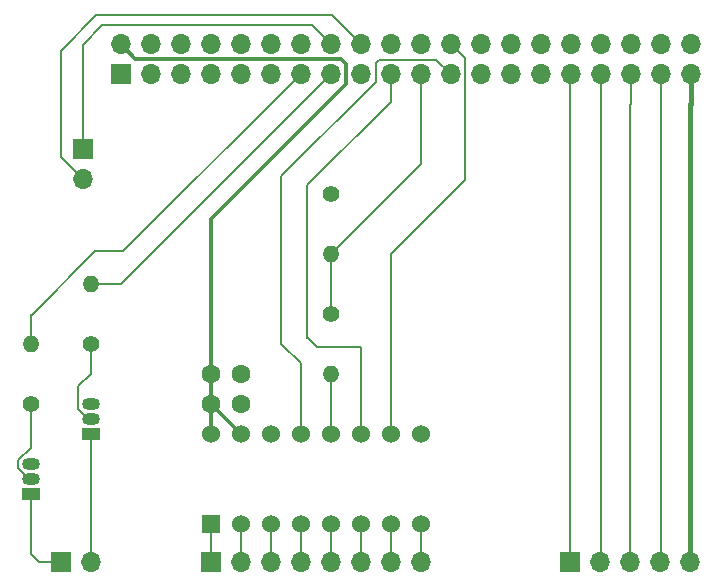
<source format=gbr>
%TF.GenerationSoftware,KiCad,Pcbnew,8.0.6*%
%TF.CreationDate,2024-11-09T21:25:44+11:00*%
%TF.ProjectId,aqua-pi-shield,61717561-2d70-4692-9d73-6869656c642e,rev?*%
%TF.SameCoordinates,Original*%
%TF.FileFunction,Copper,L1,Top*%
%TF.FilePolarity,Positive*%
%FSLAX46Y46*%
G04 Gerber Fmt 4.6, Leading zero omitted, Abs format (unit mm)*
G04 Created by KiCad (PCBNEW 8.0.6) date 2024-11-09 21:25:44*
%MOMM*%
%LPD*%
G01*
G04 APERTURE LIST*
%TA.AperFunction,Conductor*%
%ADD10C,0.200000*%
%TD*%
%TA.AperFunction,ComponentPad*%
%ADD11R,1.700000X1.700000*%
%TD*%
%TA.AperFunction,ComponentPad*%
%ADD12O,1.700000X1.700000*%
%TD*%
%TA.AperFunction,ComponentPad*%
%ADD13C,1.400000*%
%TD*%
%TA.AperFunction,ComponentPad*%
%ADD14O,1.400000X1.400000*%
%TD*%
%TA.AperFunction,ComponentPad*%
%ADD15C,1.600000*%
%TD*%
%TA.AperFunction,ComponentPad*%
%ADD16R,1.500000X1.050000*%
%TD*%
%TA.AperFunction,ComponentPad*%
%ADD17O,1.500000X1.050000*%
%TD*%
%TA.AperFunction,ComponentPad*%
%ADD18R,1.524000X1.524000*%
%TD*%
%TA.AperFunction,ComponentPad*%
%ADD19C,1.524000*%
%TD*%
%TA.AperFunction,Conductor*%
%ADD20C,0.400000*%
%TD*%
%TA.AperFunction,Conductor*%
%ADD21C,0.300000*%
%TD*%
G04 APERTURE END LIST*
D10*
%TO.N,Net-(J2-Pin_1)*%
X104140000Y-117520000D02*
X104140000Y-114300000D01*
%TD*%
D11*
%TO.P,J4,1,Pin_1*%
%TO.N,Net-(J1-Pin_31)*%
X134600000Y-117520000D03*
D12*
%TO.P,J4,2,Pin_2*%
%TO.N,Net-(J1-Pin_33)*%
X137140000Y-117520000D03*
%TO.P,J4,3,Pin_3*%
%TO.N,Net-(J1-Pin_35)*%
X139680000Y-117520000D03*
%TO.P,J4,4,Pin_4*%
%TO.N,Net-(J1-Pin_37)*%
X142220000Y-117520000D03*
%TO.P,J4,5,Pin_5*%
%TO.N,GND*%
X144760000Y-117520000D03*
%TD*%
D13*
%TO.P,R1,1*%
%TO.N,Net-(J1-Pin_21)*%
X114300000Y-96520000D03*
D14*
%TO.P,R1,2*%
%TO.N,Net-(U1-Dout)*%
X114300000Y-101600000D03*
%TD*%
D13*
%TO.P,R2,1*%
%TO.N,GND*%
X114300000Y-86360000D03*
D14*
%TO.P,R2,2*%
%TO.N,Net-(J1-Pin_21)*%
X114300000Y-91440000D03*
%TD*%
D11*
%TO.P,J3,1,Pin_1*%
%TO.N,Net-(J3-Pin_1)*%
X91440000Y-117520000D03*
D12*
%TO.P,J3,2,Pin_2*%
%TO.N,Net-(J3-Pin_2)*%
X93980000Y-117520000D03*
%TD*%
D11*
%TO.P,J2,1,Pin_1*%
%TO.N,Net-(J2-Pin_1)*%
X104140000Y-117520000D03*
D12*
%TO.P,J2,2,Pin_2*%
%TO.N,Net-(J2-Pin_2)*%
X106680000Y-117520000D03*
%TO.P,J2,3,Pin_3*%
%TO.N,Net-(J2-Pin_3)*%
X109220000Y-117520000D03*
%TO.P,J2,4,Pin_4*%
%TO.N,Net-(J2-Pin_4)*%
X111760000Y-117520000D03*
%TO.P,J2,5,Pin_5*%
%TO.N,Net-(J2-Pin_5)*%
X114300000Y-117520000D03*
%TO.P,J2,6,Pin_6*%
%TO.N,Net-(J2-Pin_6)*%
X116840000Y-117520000D03*
%TO.P,J2,7,Pin_7*%
%TO.N,Net-(J2-Pin_7)*%
X119380000Y-117520000D03*
%TO.P,J2,8,Pin_8*%
%TO.N,Net-(J2-Pin_8)*%
X121920000Y-117520000D03*
%TD*%
D13*
%TO.P,R4,1*%
%TO.N,Net-(Q1-B)*%
X93980000Y-99060000D03*
D14*
%TO.P,R4,2*%
%TO.N,Net-(J1-Pin_15)*%
X93980000Y-93980000D03*
%TD*%
D15*
%TO.P,C2,1*%
%TO.N,GND*%
X106680000Y-101600000D03*
%TO.P,C2,2*%
%TO.N,Net-(J1-Pin_2)*%
X104180000Y-101600000D03*
%TD*%
D11*
%TO.P,J5,1,Pin_1*%
%TO.N,Net-(J1-Pin_16)*%
X93300000Y-82520000D03*
D12*
%TO.P,J5,2,Pin_2*%
%TO.N,Net-(J1-Pin_18)*%
X93300000Y-85060000D03*
%TD*%
D11*
%TO.P,J1,1,Pin_1*%
%TO.N,unconnected-(J1-Pin_1-Pad1)*%
X96520000Y-76200000D03*
D12*
%TO.P,J1,2,Pin_2*%
%TO.N,Net-(J1-Pin_2)*%
X96520000Y-73660000D03*
%TO.P,J1,3,Pin_3*%
%TO.N,unconnected-(J1-Pin_3-Pad3)*%
X99060000Y-76200000D03*
%TO.P,J1,4,Pin_4*%
%TO.N,unconnected-(J1-Pin_4-Pad4)*%
X99060000Y-73660000D03*
%TO.P,J1,5,Pin_5*%
%TO.N,unconnected-(J1-Pin_5-Pad5)*%
X101600000Y-76200000D03*
%TO.P,J1,6,Pin_6*%
%TO.N,unconnected-(J1-Pin_6-Pad6)*%
X101600000Y-73660000D03*
%TO.P,J1,7,Pin_7*%
%TO.N,unconnected-(J1-Pin_7-Pad7)*%
X104140000Y-76200000D03*
%TO.P,J1,8,Pin_8*%
%TO.N,unconnected-(J1-Pin_8-Pad8)*%
X104140000Y-73660000D03*
%TO.P,J1,9,Pin_9*%
%TO.N,GND*%
X106680000Y-76200000D03*
%TO.P,J1,10,Pin_10*%
%TO.N,unconnected-(J1-Pin_10-Pad10)*%
X106680000Y-73660000D03*
%TO.P,J1,11,Pin_11*%
%TO.N,unconnected-(J1-Pin_11-Pad11)*%
X109220000Y-76200000D03*
%TO.P,J1,12,Pin_12*%
%TO.N,unconnected-(J1-Pin_12-Pad12)*%
X109220000Y-73660000D03*
%TO.P,J1,13,Pin_13*%
%TO.N,Net-(J1-Pin_13)*%
X111760000Y-76200000D03*
%TO.P,J1,14,Pin_14*%
%TO.N,unconnected-(J1-Pin_14-Pad14)*%
X111760000Y-73660000D03*
%TO.P,J1,15,Pin_15*%
%TO.N,Net-(J1-Pin_15)*%
X114300000Y-76200000D03*
%TO.P,J1,16,Pin_16*%
%TO.N,Net-(J1-Pin_16)*%
X114300000Y-73660000D03*
%TO.P,J1,17,Pin_17*%
%TO.N,unconnected-(J1-Pin_17-Pad17)*%
X116840000Y-76200000D03*
%TO.P,J1,18,Pin_18*%
%TO.N,Net-(J1-Pin_18)*%
X116840000Y-73660000D03*
%TO.P,J1,19,Pin_19*%
%TO.N,Net-(J1-Pin_19)*%
X119380000Y-76200000D03*
%TO.P,J1,20,Pin_20*%
%TO.N,unconnected-(J1-Pin_20-Pad20)*%
X119380000Y-73660000D03*
%TO.P,J1,21,Pin_21*%
%TO.N,Net-(J1-Pin_21)*%
X121920000Y-76200000D03*
%TO.P,J1,22,Pin_22*%
%TO.N,unconnected-(J1-Pin_22-Pad22)*%
X121920000Y-73660000D03*
%TO.P,J1,23,Pin_23*%
%TO.N,Net-(J1-Pin_23)*%
X124460000Y-76200000D03*
%TO.P,J1,24,Pin_24*%
%TO.N,Net-(J1-Pin_24)*%
X124460000Y-73660000D03*
%TO.P,J1,25,Pin_25*%
%TO.N,GND*%
X127000000Y-76200000D03*
%TO.P,J1,26,Pin_26*%
%TO.N,unconnected-(J1-Pin_26-Pad26)*%
X127000000Y-73660000D03*
%TO.P,J1,27,Pin_27*%
%TO.N,unconnected-(J1-Pin_27-Pad27)*%
X129540000Y-76200000D03*
%TO.P,J1,28,Pin_28*%
%TO.N,unconnected-(J1-Pin_28-Pad28)*%
X129540000Y-73660000D03*
%TO.P,J1,29,Pin_29*%
%TO.N,unconnected-(J1-Pin_29-Pad29)*%
X132080000Y-76200000D03*
%TO.P,J1,30,Pin_30*%
%TO.N,unconnected-(J1-Pin_30-Pad30)*%
X132080000Y-73660000D03*
%TO.P,J1,31,Pin_31*%
%TO.N,Net-(J1-Pin_31)*%
X134620000Y-76200000D03*
%TO.P,J1,32,Pin_32*%
%TO.N,unconnected-(J1-Pin_32-Pad32)*%
X134620000Y-73660000D03*
%TO.P,J1,33,Pin_33*%
%TO.N,Net-(J1-Pin_33)*%
X137160000Y-76200000D03*
%TO.P,J1,34,Pin_34*%
%TO.N,unconnected-(J1-Pin_34-Pad34)*%
X137160000Y-73660000D03*
%TO.P,J1,35,Pin_35*%
%TO.N,Net-(J1-Pin_35)*%
X139700000Y-76200000D03*
%TO.P,J1,36,Pin_36*%
%TO.N,unconnected-(J1-Pin_36-Pad36)*%
X139700000Y-73660000D03*
%TO.P,J1,37,Pin_37*%
%TO.N,Net-(J1-Pin_37)*%
X142240000Y-76200000D03*
%TO.P,J1,38,Pin_38*%
%TO.N,unconnected-(J1-Pin_38-Pad38)*%
X142240000Y-73660000D03*
%TO.P,J1,39,Pin_39*%
%TO.N,GND*%
X144780000Y-76200000D03*
%TO.P,J1,40,Pin_40*%
%TO.N,unconnected-(J1-Pin_40-Pad40)*%
X144780000Y-73660000D03*
%TD*%
D13*
%TO.P,R3,1*%
%TO.N,Net-(Q2-B)*%
X88900000Y-104140000D03*
D14*
%TO.P,R3,2*%
%TO.N,Net-(J1-Pin_13)*%
X88900000Y-99060000D03*
%TD*%
D16*
%TO.P,Q2,1,C*%
%TO.N,Net-(J3-Pin_1)*%
X88900000Y-111760000D03*
D17*
%TO.P,Q2,2,B*%
%TO.N,Net-(Q2-B)*%
X88900000Y-110490000D03*
%TO.P,Q2,3,E*%
%TO.N,GND*%
X88900000Y-109220000D03*
%TD*%
D16*
%TO.P,Q1,1,C*%
%TO.N,Net-(J3-Pin_2)*%
X93980000Y-106680000D03*
D17*
%TO.P,Q1,2,B*%
%TO.N,Net-(Q1-B)*%
X93980000Y-105410000D03*
%TO.P,Q1,3,E*%
%TO.N,GND*%
X93980000Y-104140000D03*
%TD*%
D18*
%TO.P,U1,1,CH0*%
%TO.N,Net-(J2-Pin_1)*%
X104140000Y-114300000D03*
D19*
%TO.P,U1,2,CH1*%
%TO.N,Net-(J2-Pin_2)*%
X106680000Y-114300000D03*
%TO.P,U1,3,CH2*%
%TO.N,Net-(J2-Pin_3)*%
X109220000Y-114300000D03*
%TO.P,U1,4,CH3*%
%TO.N,Net-(J2-Pin_4)*%
X111760000Y-114300000D03*
%TO.P,U1,5,CH4*%
%TO.N,Net-(J2-Pin_5)*%
X114300000Y-114300000D03*
%TO.P,U1,6,CH5*%
%TO.N,Net-(J2-Pin_6)*%
X116840000Y-114300000D03*
%TO.P,U1,7,CH6*%
%TO.N,Net-(J2-Pin_7)*%
X119380000Y-114300000D03*
%TO.P,U1,8,CH7*%
%TO.N,Net-(J2-Pin_8)*%
X121920000Y-114300000D03*
%TO.P,U1,9,DGND*%
%TO.N,GND*%
X121920000Y-106680000D03*
%TO.P,U1,10,~{CS}/SHDN*%
%TO.N,Net-(J1-Pin_24)*%
X119380000Y-106680000D03*
%TO.P,U1,11,Din*%
%TO.N,Net-(J1-Pin_19)*%
X116840000Y-106680000D03*
%TO.P,U1,12,Dout*%
%TO.N,Net-(U1-Dout)*%
X114300000Y-106680000D03*
%TO.P,U1,13,CLK*%
%TO.N,Net-(J1-Pin_23)*%
X111760000Y-106680000D03*
%TO.P,U1,14,AGND*%
%TO.N,GND*%
X109220000Y-106680000D03*
%TO.P,U1,15,Vref*%
%TO.N,Net-(J1-Pin_2)*%
X106680000Y-106680000D03*
%TO.P,U1,16,Vdd*%
X104140000Y-106680000D03*
%TD*%
D15*
%TO.P,C1,1*%
%TO.N,GND*%
X106680000Y-104140000D03*
%TO.P,C1,2*%
%TO.N,Net-(J1-Pin_2)*%
X104180000Y-104140000D03*
%TD*%
D10*
%TO.N,Net-(J1-Pin_24)*%
X125670000Y-85150000D02*
X124980000Y-85840000D01*
X124460000Y-73660000D02*
X125670000Y-74870000D01*
X125670000Y-74870000D02*
X125670000Y-85150000D01*
X124980000Y-85840000D02*
X119380000Y-91440000D01*
%TO.N,Net-(J1-Pin_13)*%
X111760000Y-76200000D02*
X96750000Y-91210000D01*
X94350000Y-91210000D02*
X88900000Y-96660000D01*
X88900000Y-96660000D02*
X88900000Y-99060000D01*
X96750000Y-91210000D02*
X94350000Y-91210000D01*
X88900000Y-96520000D02*
X88900000Y-96660000D01*
%TO.N,Net-(J1-Pin_15)*%
X96520000Y-93980000D02*
X93980000Y-93980000D01*
X114300000Y-76200000D02*
X96520000Y-93980000D01*
%TO.N,Net-(J1-Pin_23)*%
X110120000Y-84870000D02*
X110120000Y-99060000D01*
X111760000Y-100700000D02*
X111760000Y-106680000D01*
X118100000Y-76890000D02*
X110120000Y-84870000D01*
X118100000Y-75310000D02*
X118100000Y-76890000D01*
X110120000Y-99060000D02*
X111760000Y-100700000D01*
X118420000Y-74990000D02*
X118100000Y-75310000D01*
X124460000Y-76200000D02*
X123250000Y-74990000D01*
X123250000Y-74990000D02*
X118420000Y-74990000D01*
%TO.N,Net-(J1-Pin_19)*%
X119380000Y-78550000D02*
X119380000Y-76200000D01*
X112330000Y-85600000D02*
X119380000Y-78550000D01*
X112360000Y-98540000D02*
X112330000Y-98540000D01*
X112330000Y-98540000D02*
X112330000Y-85600000D01*
X116870000Y-99290000D02*
X113110000Y-99290000D01*
X116840000Y-99320000D02*
X116870000Y-99290000D01*
X116840000Y-106680000D02*
X116840000Y-99320000D01*
X113110000Y-99290000D02*
X112360000Y-98540000D01*
%TO.N,GND*%
X144780000Y-78740000D02*
X144760000Y-78760000D01*
D20*
X144780000Y-76200000D02*
X144780000Y-78740000D01*
X144760000Y-78760000D02*
X144760000Y-117520000D01*
D10*
%TO.N,Net-(J1-Pin_2)*%
X104180000Y-104180000D02*
X104180000Y-104140000D01*
D21*
X115150000Y-74910000D02*
X97770000Y-74910000D01*
X104180000Y-88470000D02*
X115590000Y-77060000D01*
X104180000Y-104140000D02*
X104180000Y-101600000D01*
X104180000Y-101600000D02*
X104180000Y-88470000D01*
X104140000Y-106680000D02*
X104140000Y-104180000D01*
X115590000Y-77060000D02*
X115590000Y-75350000D01*
X115590000Y-75350000D02*
X115150000Y-74910000D01*
D10*
X104140000Y-104140000D02*
X104180000Y-104100000D01*
X104140000Y-104180000D02*
X104180000Y-104140000D01*
D21*
X106680000Y-106680000D02*
X104180000Y-104180000D01*
X97770000Y-74910000D02*
X96520000Y-73660000D01*
D10*
%TO.N,Net-(J1-Pin_37)*%
X142240000Y-117500000D02*
X142220000Y-117520000D01*
X142240000Y-76200000D02*
X142240000Y-117500000D01*
%TO.N,Net-(J1-Pin_31)*%
X134600000Y-76220000D02*
X134620000Y-76200000D01*
X134600000Y-117520000D02*
X134600000Y-76220000D01*
%TO.N,Net-(J1-Pin_18)*%
X116840000Y-73660000D02*
X114410000Y-71230000D01*
X94450000Y-71230000D02*
X91440000Y-74240000D01*
X114410000Y-71230000D02*
X94450000Y-71230000D01*
X91440000Y-74240000D02*
X91440000Y-83200000D01*
X91440000Y-83200000D02*
X93300000Y-85060000D01*
%TO.N,Net-(J1-Pin_24)*%
X119380000Y-91440000D02*
X119380000Y-106680000D01*
%TO.N,Net-(J1-Pin_21)*%
X121920000Y-83820000D02*
X114300000Y-91440000D01*
X114300000Y-93980000D02*
X114300000Y-91440000D01*
X114300000Y-96520000D02*
X114300000Y-93980000D01*
X121920000Y-76200000D02*
X121920000Y-83820000D01*
%TO.N,Net-(J1-Pin_16)*%
X93300000Y-82520000D02*
X93300000Y-73720000D01*
X112690000Y-72050000D02*
X114300000Y-73660000D01*
X93300000Y-73720000D02*
X94970000Y-72050000D01*
X94970000Y-72050000D02*
X112690000Y-72050000D01*
%TO.N,Net-(J1-Pin_33)*%
X137160000Y-117500000D02*
X137140000Y-117520000D01*
X137160000Y-76200000D02*
X137160000Y-117500000D01*
%TO.N,Net-(J1-Pin_35)*%
X139700000Y-78740000D02*
X139680000Y-78760000D01*
X139680000Y-78760000D02*
X139680000Y-117520000D01*
X139700000Y-76200000D02*
X139700000Y-78740000D01*
%TO.N,Net-(J2-Pin_8)*%
X121920000Y-114300000D02*
X121920000Y-117520000D01*
%TO.N,Net-(J2-Pin_2)*%
X106680000Y-117520000D02*
X106680000Y-114300000D01*
%TO.N,Net-(J2-Pin_5)*%
X114300000Y-117520000D02*
X114300000Y-114300000D01*
%TO.N,Net-(J2-Pin_3)*%
X109220000Y-117520000D02*
X109220000Y-114300000D01*
%TO.N,Net-(J2-Pin_7)*%
X119380000Y-117520000D02*
X119380000Y-114300000D01*
%TO.N,Net-(J2-Pin_6)*%
X116840000Y-114300000D02*
X116840000Y-117520000D01*
%TO.N,Net-(J2-Pin_4)*%
X111760000Y-114300000D02*
X111760000Y-117520000D01*
%TO.N,Net-(J3-Pin_2)*%
X93980000Y-117520000D02*
X93980000Y-106680000D01*
%TO.N,Net-(J3-Pin_1)*%
X91440000Y-117520000D02*
X89580000Y-117520000D01*
X88900000Y-116840000D02*
X88900000Y-111760000D01*
X89580000Y-117520000D02*
X88900000Y-116840000D01*
%TO.N,Net-(U1-Dout)*%
X114300000Y-106680000D02*
X114300000Y-101600000D01*
%TO.N,Net-(Q1-B)*%
X92930000Y-102650000D02*
X93980000Y-101600000D01*
X93755000Y-105410000D02*
X92930000Y-104585000D01*
X93980000Y-101600000D02*
X93980000Y-99060000D01*
X92930000Y-104585000D02*
X92930000Y-102650000D01*
X93980000Y-105410000D02*
X93755000Y-105410000D01*
%TO.N,Net-(Q2-B)*%
X88900000Y-107828274D02*
X87850000Y-108878274D01*
X87850000Y-109561726D02*
X88778274Y-110490000D01*
X87850000Y-108878274D02*
X87850000Y-109561726D01*
X88900000Y-104140000D02*
X88900000Y-107828274D01*
X88778274Y-110490000D02*
X88900000Y-110490000D01*
%TD*%
M02*

</source>
